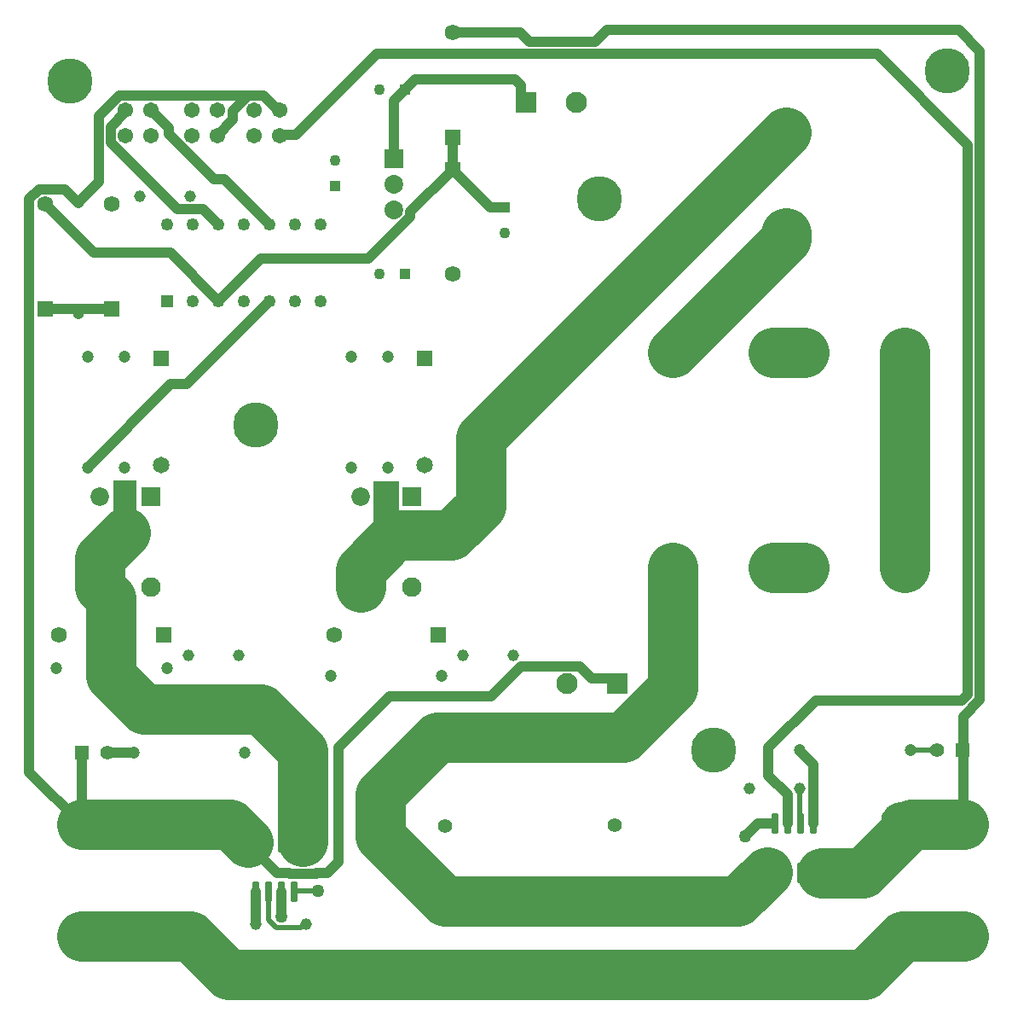
<source format=gtl>
G04*
G04 #@! TF.GenerationSoftware,Altium Limited,Altium Designer,23.8.1 (32)*
G04*
G04 Layer_Physical_Order=1*
G04 Layer_Color=255*
%FSLAX25Y25*%
%MOIN*%
G70*
G04*
G04 #@! TF.SameCoordinates,826F1502-A096-44AE-8D0B-28D4DE97D3ED*
G04*
G04*
G04 #@! TF.FilePolarity,Positive*
G04*
G01*
G75*
G04:AMPARAMS|DCode=14|XSize=77.56mil|YSize=23.62mil|CornerRadius=2.95mil|HoleSize=0mil|Usage=FLASHONLY|Rotation=90.000|XOffset=0mil|YOffset=0mil|HoleType=Round|Shape=RoundedRectangle|*
%AMROUNDEDRECTD14*
21,1,0.07756,0.01772,0,0,90.0*
21,1,0.07165,0.02362,0,0,90.0*
1,1,0.00591,0.00886,0.03583*
1,1,0.00591,0.00886,-0.03583*
1,1,0.00591,-0.00886,-0.03583*
1,1,0.00591,-0.00886,0.03583*
%
%ADD14ROUNDEDRECTD14*%
%ADD43C,0.03937*%
%ADD44C,0.19685*%
%ADD45C,0.01968*%
%ADD46C,0.17717*%
%ADD47C,0.08268*%
%ADD48R,0.08268X0.08268*%
%ADD49R,0.07264X0.07264*%
%ADD50C,0.07264*%
%ADD51R,0.04331X0.04331*%
%ADD52C,0.04331*%
%ADD53C,0.09843*%
%ADD54R,0.05512X0.05512*%
%ADD55C,0.05512*%
%ADD56C,0.04724*%
%ADD57R,0.06260X0.06260*%
%ADD58C,0.06260*%
%ADD59R,0.07323X0.07323*%
%ADD60C,0.07323*%
%ADD61C,0.04528*%
%ADD62C,0.07638*%
%ADD63R,0.07638X0.07638*%
%ADD64C,0.06083*%
%ADD65R,0.05512X0.05512*%
%ADD66R,0.06260X0.06260*%
%ADD67R,0.04921X0.04921*%
%ADD68C,0.04921*%
%ADD69R,0.06496X0.06496*%
%ADD70C,0.06496*%
%ADD71R,0.04331X0.04331*%
%ADD72C,0.05000*%
G36*
X145000Y337000D02*
X136000D01*
Y357500D01*
X145000D01*
Y337000D01*
D02*
G37*
G36*
X247500Y335000D02*
X237500D01*
Y357000D01*
X247500D01*
Y335000D01*
D02*
G37*
D14*
X394500Y223488D02*
D03*
X399500D02*
D03*
X404500D02*
D03*
X409500D02*
D03*
Y204000D02*
D03*
X404500D02*
D03*
X399500D02*
D03*
X394500D02*
D03*
X206500Y196756D02*
D03*
X201500D02*
D03*
X196500D02*
D03*
X191500D02*
D03*
Y216244D02*
D03*
X196500D02*
D03*
X201500D02*
D03*
X206500D02*
D03*
D43*
X474724Y271849D02*
Y525276D01*
X466500Y533500D02*
X474724Y525276D01*
X329069Y533500D02*
X466500D01*
X324293Y528724D02*
X329069Y533500D01*
X298546Y528724D02*
X324293D01*
X239000Y524000D02*
X434500D01*
X470000Y488500D01*
X253842Y514000D02*
X292800D01*
X295106Y511694D01*
Y507052D02*
Y511694D01*
Y507052D02*
X297158Y505000D01*
X245500Y505657D02*
X249843Y510000D01*
X253842Y514000D01*
X188500Y215461D02*
X199961Y204000D01*
X244000Y273000D02*
X283441D01*
X224000Y253000D02*
X244000Y273000D01*
X283441D02*
X295331Y284890D01*
X219500Y204000D02*
X224000Y208500D01*
X215317Y204000D02*
X219500D01*
X204782Y203902D02*
X215218D01*
X199961Y204000D02*
X204683D01*
X204782Y203902D01*
X215218D02*
X215317Y204000D01*
X224000Y208500D02*
Y253000D01*
X404193Y251787D02*
X409500Y246480D01*
X404193Y251787D02*
Y252000D01*
X409500Y223488D02*
Y246480D01*
X133500Y251000D02*
X143846D01*
X191579Y184079D02*
Y196677D01*
Y184079D02*
X191657Y184000D01*
X191500Y196756D02*
X191579Y196677D01*
X188500Y215461D02*
Y216000D01*
X295331Y284890D02*
X318236D01*
X322961Y280165D01*
X330835D01*
X333000Y278000D01*
X470000Y273806D02*
Y488500D01*
X123500Y223000D02*
Y251000D01*
X103000Y243500D02*
X123500Y223000D01*
X103000Y243500D02*
Y467460D01*
X106820Y471279D01*
X116919D01*
X122045Y466153D01*
X122258D01*
X109258Y424606D02*
X135258D01*
X126000Y362594D02*
X158434Y395028D01*
X164528D01*
X197000Y427500D01*
X201411Y492411D02*
X207411D01*
X239000Y524000D01*
X201000Y492000D02*
X201411Y492411D01*
X251917Y462311D02*
X268500Y478894D01*
X251917Y460342D02*
Y462311D01*
X235591Y444015D02*
X251917Y460342D01*
X177000Y427500D02*
X193515Y444015D01*
X235591D01*
X245500Y483000D02*
Y505657D01*
X283197Y464197D02*
X288803D01*
X289000Y464000D01*
X268500Y478894D02*
X283197Y464197D01*
X268500Y478894D02*
Y491606D01*
X468122Y223000D02*
Y265247D01*
X294876Y532394D02*
X298546Y528724D01*
X268500Y532394D02*
X294876D01*
X468122Y265247D02*
X474724Y271849D01*
X138347Y507797D02*
X188599D01*
X194622D01*
X182753Y501951D02*
X188599Y507797D01*
X182753Y498396D02*
Y501951D01*
X176496Y492139D02*
X182753Y498396D01*
X176496Y492000D02*
Y492139D01*
X200419Y502000D02*
X201000D01*
X194622Y507797D02*
X200419Y502000D01*
X130226Y499677D02*
X138347Y507797D01*
X130226Y474122D02*
Y499677D01*
X122258Y466153D02*
X130226Y474122D01*
X158181Y446319D02*
X177000Y427500D01*
X109258Y465394D02*
X128333Y446319D01*
X158181D01*
X161069Y463480D02*
X171020D01*
X177000Y457500D01*
X134951Y489599D02*
X161069Y463480D01*
X134951Y495622D02*
X140748Y501419D01*
X134951Y489599D02*
Y495622D01*
X140748Y501419D02*
Y502000D01*
X179320Y475180D02*
X197000Y457500D01*
X175118Y475180D02*
X179320D01*
X157627Y492671D02*
X175118Y475180D01*
X157627Y492671D02*
Y495121D01*
X150748Y502000D02*
X157627Y495121D01*
X387988Y223488D02*
X393000D01*
X383000Y218500D02*
X387988Y223488D01*
X201500Y187000D02*
Y196756D01*
X467694Y271500D02*
X470000Y273806D01*
X410500Y271500D02*
X467694D01*
X392000Y253000D02*
X410500Y271500D01*
X392000Y242244D02*
Y253000D01*
Y242244D02*
X399500Y234744D01*
Y223488D02*
Y234744D01*
D44*
X232500Y322500D02*
X246000Y336000D01*
X232500Y315964D02*
Y322500D01*
X246000Y336000D02*
X267969D01*
X279500Y347531D02*
Y374000D01*
X267969Y336000D02*
X279500Y347531D01*
X130500Y327000D02*
X140500Y337000D01*
X130500Y315964D02*
Y327000D01*
X240140Y234640D02*
X262500Y257000D01*
X240140Y218332D02*
X265500Y192972D01*
X240140Y218332D02*
Y234640D01*
X265500Y192972D02*
X332000D01*
X262500Y257000D02*
X335301D01*
X354630Y276329D01*
Y323500D01*
X429500Y164500D02*
X444500Y179500D01*
X123500D02*
X165895D01*
X180895Y164500D01*
X429500D01*
X444500Y179500D02*
X468122D01*
X147122Y223000D02*
X181500D01*
X123500D02*
X147122D01*
X181500D02*
X188500Y216000D01*
X332000Y192972D02*
X379972D01*
X429000Y204000D02*
X448000Y223000D01*
X413000Y204000D02*
X429000D01*
X448000Y223000D02*
X468122D01*
X379972Y192972D02*
X391500Y204500D01*
X279500Y374000D02*
X399000Y493500D01*
X354630Y407500D02*
X399000Y451870D01*
Y454130D01*
X394000Y407500D02*
X405972D01*
X445343Y323500D02*
Y407500D01*
X394000Y323500D02*
X405972D01*
X210000Y216500D02*
Y251724D01*
X147776Y268255D02*
X193469D01*
X210000Y251724D01*
X135000Y281031D02*
X147776Y268255D01*
X135000Y281031D02*
Y311464D01*
X130500Y315964D02*
X135000Y311464D01*
D45*
X206697Y197000D02*
X216000D01*
X206500Y196756D02*
Y196803D01*
X206697Y197000D01*
X196500Y185959D02*
X199731Y182728D01*
X210650Y184000D02*
X211343D01*
X196500Y185959D02*
Y196756D01*
X199731Y182728D02*
X209378D01*
X210650Y184000D01*
X404421Y223567D02*
Y236921D01*
X404343Y237000D02*
X404421Y236921D01*
Y223567D02*
X404500Y223488D01*
X447500Y252000D02*
X458000D01*
D46*
X191500Y379000D02*
D03*
X468122Y179500D02*
D03*
X444500D02*
D03*
Y223000D02*
D03*
X468122D02*
D03*
X370500Y252000D02*
D03*
X147122Y223000D02*
D03*
X462000Y517500D02*
D03*
X326000Y467500D02*
D03*
X119000Y513500D02*
D03*
X147122Y179500D02*
D03*
X123500D02*
D03*
Y223000D02*
D03*
D47*
X313315Y278000D02*
D03*
X316843Y505000D02*
D03*
D48*
X333000Y278000D02*
D03*
X297158Y505000D02*
D03*
D49*
X252500Y351248D02*
D03*
X150500D02*
D03*
D50*
X242500D02*
D03*
X232500D02*
D03*
X140500D02*
D03*
X130500D02*
D03*
D51*
X249843Y438000D02*
D03*
Y510000D02*
D03*
D52*
X240000Y438000D02*
D03*
Y510000D02*
D03*
X222500Y482421D02*
D03*
X289000Y454157D02*
D03*
D53*
X445343Y323500D02*
D03*
X405972D02*
D03*
Y407500D02*
D03*
X445343D02*
D03*
X394000Y323500D02*
D03*
X354630D02*
D03*
X399000Y493500D02*
D03*
Y454130D02*
D03*
X354630Y407500D02*
D03*
X394000D02*
D03*
D54*
X468000Y252000D02*
D03*
X123500Y251000D02*
D03*
D55*
X458000Y252000D02*
D03*
X332000Y222764D02*
D03*
X265500Y222500D02*
D03*
X133500Y251000D02*
D03*
D56*
X447500Y252000D02*
D03*
X404193D02*
D03*
X157000Y284000D02*
D03*
X113693D02*
D03*
X126000Y405901D02*
D03*
Y362594D02*
D03*
X140152Y405901D02*
D03*
Y362594D02*
D03*
X229000Y405901D02*
D03*
Y362594D02*
D03*
X243152Y405901D02*
D03*
Y362594D02*
D03*
X264154Y281248D02*
D03*
X220847D02*
D03*
X122258Y422847D02*
D03*
Y466153D02*
D03*
X143846Y251000D02*
D03*
X187153D02*
D03*
D57*
X268500Y491606D02*
D03*
X109258Y424606D02*
D03*
X135258D02*
D03*
X268500Y478894D02*
D03*
D58*
Y532394D02*
D03*
X114760Y297248D02*
D03*
X222106D02*
D03*
X109258Y465394D02*
D03*
X135258D02*
D03*
X268500Y438106D02*
D03*
D59*
X245500Y483000D02*
D03*
D60*
Y473000D02*
D03*
Y463000D02*
D03*
D61*
X191657Y184000D02*
D03*
X211343D02*
D03*
X384658Y237000D02*
D03*
X404343D02*
D03*
X184843Y289248D02*
D03*
X165157D02*
D03*
X292342Y289000D02*
D03*
X272657D02*
D03*
X146158Y468500D02*
D03*
X165842D02*
D03*
D62*
X252500Y315964D02*
D03*
X150500D02*
D03*
D63*
X232500D02*
D03*
X130500D02*
D03*
D64*
X201000Y502000D02*
D03*
Y492000D02*
D03*
X191000D02*
D03*
Y502000D02*
D03*
X176496D02*
D03*
Y492000D02*
D03*
X166496D02*
D03*
Y502000D02*
D03*
X150748D02*
D03*
Y492000D02*
D03*
X140748D02*
D03*
Y502000D02*
D03*
D65*
X332000Y193236D02*
D03*
X265500Y192972D02*
D03*
D66*
X155547Y297248D02*
D03*
X262894D02*
D03*
D67*
X157000Y427500D02*
D03*
D68*
X167000D02*
D03*
X177000D02*
D03*
X187000D02*
D03*
X197000D02*
D03*
X207000D02*
D03*
X217000D02*
D03*
Y457500D02*
D03*
X207000D02*
D03*
X197000D02*
D03*
X187000D02*
D03*
X177000D02*
D03*
X167000D02*
D03*
X157000D02*
D03*
D69*
X154500Y405212D02*
D03*
X257500D02*
D03*
D70*
X154500Y363480D02*
D03*
X257500D02*
D03*
D71*
X222500Y472579D02*
D03*
X289000Y464000D02*
D03*
D72*
X383000Y218500D02*
D03*
X216000Y197000D02*
D03*
X201500Y187000D02*
D03*
M02*

</source>
